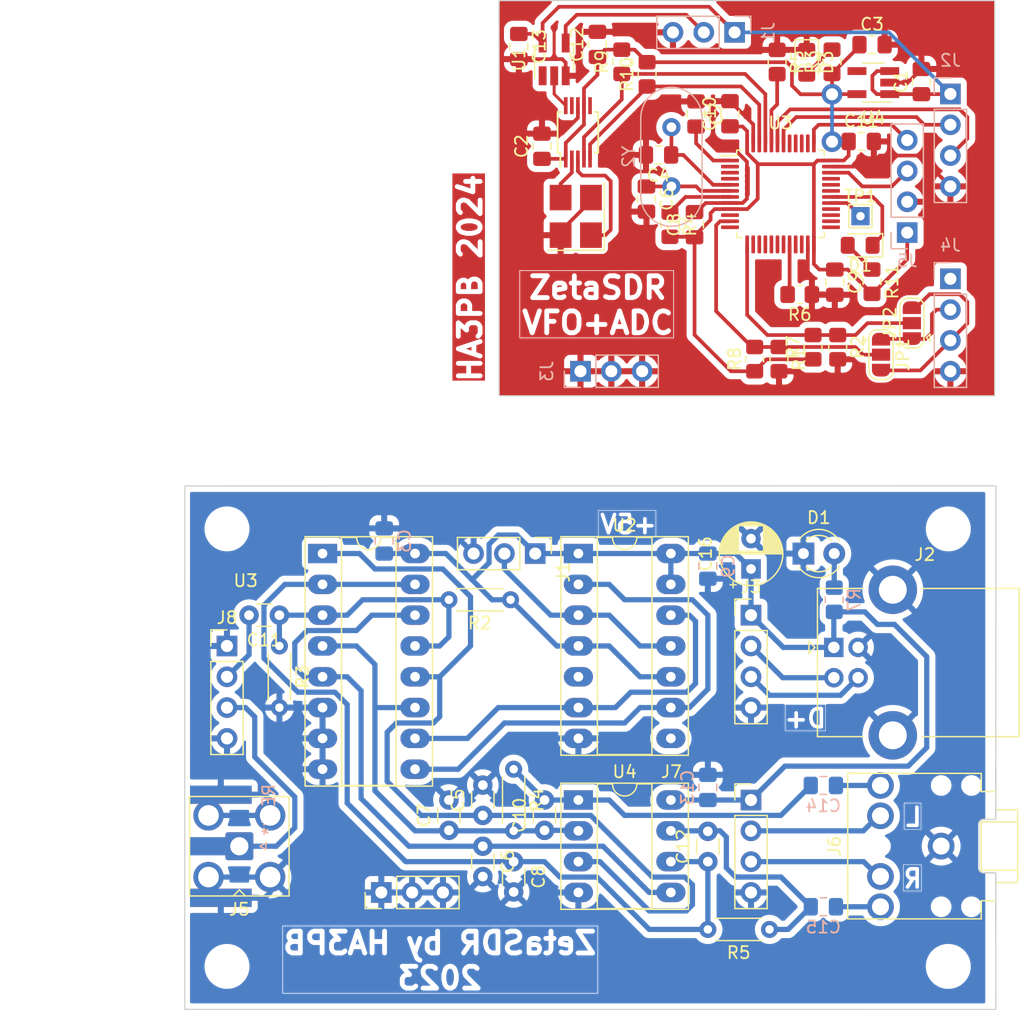
<source format=kicad_pcb>
(kicad_pcb (version 20240108) (generator "pcbnew") (generator_version "8.0")
  (layers (0 "F.Cu" signal) (31 "B.Cu" signal) (34 "B.Paste" user) (35 "F.Paste" user) (36 "B.SilkS" user "B.Silkscreen") (37 "F.SilkS" user "F.Silkscreen") (38 "B.Mask" user) (39 "F.Mask" user) (44 "Edge.Cuts" user))
  (net 0 "")
  (net 1 "+5V")
  (net 2 "GND")
  (net 3 "+3V3")
  (net 4 "Net-(U3-NRST)")
  (net 5 "Net-(U3-PD1)")
  (net 6 "Net-(U3-VBAT)")
  (net 7 "Net-(D3-A)")
  (net 8 "Net-(J1-Pin_2)")
  (net 9 "/USB_D+")
  (net 10 "Net-(J4-Pin_2)")
  (net 11 "Net-(J4-Pin_3)")
  (net 12 "/USB_D-")
  (net 13 "/SWDIO")
  (net 14 "Net-(U3-BOOT0)")
  (net 15 "Net-(U3-PB2)")
  (net 16 "Net-(U2-XA)")
  (net 17 "Net-(U2-XB)")
  (net 18 "/SWCLK")
  (net 19 "/SCL")
  (net 21 "/SDA")
  (net 46 "/OSC_IN")
  (net 50 "Net-(D1-A)")
  (net 51 "Net-(U3-PA8)")
  (net 52 "Net-(D1-K)")
  (net 53 "Net-(JP1-C)")
  (net 54 "Net-(JP2-C)")
  (net 55 "Net-(U2-CLK0)")
  (footprint "Capacitor_SMD:C_0805_2012Metric_Pad1.18x1.45mm_HandSolder" (layer "F.Cu") (at 147.955 77.724 -90)
    (property "Reference" "C7")
    (property "Value" "100n")
  )
  (footprint "Capacitor_THT:C_Disc_D3.0mm_W1.6mm_P2.50mm" (layer "F.Cu") (at 130.383 135.5525 90)
    (property "Reference" "C5")
    (property "Value" "22n")
  )
  (footprint "Package_DIP:DIP-8_W7.62mm_Socket_LongPads" (layer "F.Cu") (at 138.257 134.2825)
    (property "Reference" "U4")
    (property "Value" "NE5532")
  )
  (footprint "Resistor_SMD:R_0805_2012Metric_Pad1.20x1.40mm_HandSolder" (layer "F.Cu") (at 156.4988 92.6084 180)
    (property "Reference" "R6")
    (property "Value" "10k")
  )
  (footprint "Resistor_SMD:R_0805_2012Metric_Pad1.20x1.40mm_HandSolder" (layer "F.Cu") (at 141.8336 73.422 90)
    (property "Reference" "R9")
    (property "Value" "4k7")
  )
  (footprint "LED_SMD:LED_0805_2012Metric_Pad1.15x1.40mm_HandSolder" (layer "F.Cu") (at 157.0736 73.4638 -90)
    (property "Reference" "D3")
    (property "Value" "LED")
  )
  (footprint "Resistor_SMD:R_0805_2012Metric_Pad1.20x1.40mm_HandSolder" (layer "F.Cu") (at 152.781 97.933 90)
    (property "Reference" "R8")
    (property "Value" "150k")
  )
  (footprint "Capacitor_THT:CP_Radial_D5.0mm_P2.50mm" (layer "F.Cu") (at 152.481 115.2325 90)
    (property "Reference" "C16")
    (property "Value" "10u")
  )
  (footprint "Capacitor_SMD:C_0805_2012Metric_Pad1.18x1.45mm_HandSolder" (layer "F.Cu") (at 166.5224 75.0531 90)
    (property "Reference" "C1")
    (property "Value" "10u")
  )
  (footprint "Capacitor_SMD:C_0805_2012Metric_Pad1.18x1.45mm_HandSolder" (layer "F.Cu") (at 143.8656 84.7375 -90)
    (property "Reference" "C6")
    (property "Value" "22p")
  )
  (footprint "Connector_PinHeader_2.54mm:PinHeader_1x04_P2.54mm_Vertical" (layer "F.Cu") (at 152.481 119.0425)
    (property "Reference" "J3")
    (property "Value" "USB")
  )
  (footprint "Package_TO_SOT_SMD:SOT-23-5_HandSoldering" (layer "F.Cu") (at 162.56 75.1371 180)
    (property "Reference" "U4")
    (property "Value" "AP2127K-3.3")
  )
  (footprint "LED_THT:LED_D3.0mm" (layer "F.Cu") (at 156.799 113.9625)
    (property "Reference" "D1")
    (property "Value" "LED")
  )
  (footprint "Capacitor_THT:C_Disc_D3.0mm_W1.6mm_P2.50mm" (layer "F.Cu") (at 127.589 136.7825 90)
    (property "Reference" "C7")
    (property "Value" "22n")
  )
  (footprint "Connector_PinHeader_2.54mm:PinHeader_1x04_P2.54mm_Vertical" (layer "F.Cu") (at 152.481 134.2825)
    (property "Reference" "J7")
    (property "Value" "ADC")
  )
  (footprint "Resistor_THT:R_Axial_DIN0204_L3.6mm_D1.6mm_P5.08mm_Horizontal" (layer "F.Cu") (at 132.669 117.7725 180)
    (property "Reference" "R2")
    (property "Value" "1k")
  )
  (footprint "Package_TO_SOT_SMD:SOT-23-5_HandSoldering" (layer "F.Cu") (at 136.2608 73.2244 90)
    (property "Reference" "U1")
    (property "Value" "74AHCT1G14")
  )
  (footprint "Capacitor_THT:C_Disc_D3.0mm_W1.6mm_P2.50mm" (layer "F.Cu") (at 148.925 139.3625 90)
    (property "Reference" "C12")
    (property "Value" "330p")
  )
  (footprint "Capacitor_SMD:C_0805_2012Metric_Pad1.18x1.45mm_HandSolder" (layer "F.Cu") (at 150.749 77.7025 90)
    (property "Reference" "C10")
    (property "Value" "100n")
  )
  (footprint "Resistor_SMD:R_0805_2012Metric_Pad1.20x1.40mm_HandSolder" (layer "F.Cu") (at 159.1564 73.422 90)
    (property "Reference" "R3")
    (property "Value" "1k")
  )
  (footprint "Capacitor_SMD:C_0805_2012Metric_Pad1.18x1.45mm_HandSolder" (layer "F.Cu") (at 144.8625 81.1 180)
    (property "Reference" "C4")
    (property "Value" "22p")
  )
  (footprint "Oscillator:Oscillator_SMD_SeikoEpson_SG8002CE-4Pin_3.2x2.5mm_HandSoldering" (layer "F.Cu") (at 138.0436 86.1628 90)
    (property "Reference" "Y1" (hide yes))
    (property "Value" "ABM8G-25.000MHZ-18-D2Y-T ")
  )
  (footprint "Capacitor_SMD:C_0805_2012Metric_Pad1.18x1.45mm_HandSolder" (layer "F.Cu") (at 147.828 86.85 90)
    (property "Reference" "C8")
    (property "Value" "100n")
  )
  (footprint "Connector_PinHeader_2.54mm:PinHeader_1x03_P2.54mm_Vertical" (layer "F.Cu") (at 122.016 141.9025 90)
    (property "Reference" "REF**" (hide yes))
    (property "Value" "PinHeader_1x03_P2.54mm_Vertical" (hide yes))
  )
  (footprint "Capacitor_THT:C_Disc_D3.0mm_W1.6mm_P2.50mm" (layer "F.Cu") (at 132.923 139.3625 -90)
    (property "Reference" "C8")
    (property "Value" "22n")
  )
  (footprint "MountingHole:MountingHole_3.2mm_M3" (layer "F.Cu") (at 109.301 147.9985)
    (property "Reference" "REF**" (hide yes))
    (property "Value" "MountingHole_3.2mm_M3" (hide yes))
  )
  (footprint "Resistor_SMD:R_0805_2012Metric_Pad1.20x1.40mm_HandSolder" (layer "F.Cu") (at 159.624 96.9494 -90)
    (property "Reference" "R2")
    (property "Value" "4k7")
  )
  (footprint "Resistor_SMD:R_0805_2012Metric_Pad1.20x1.40mm_HandSolder" (layer "F.Cu") (at 145.8 86.85 -90)
    (property "Reference" "R4")
    (property "Value" "10k")
  )
  (footprint "LED_SMD:LED_0805_2012Metric_Pad1.15x1.40mm_HandSolder" (layer "F.Cu") (at 161.475 88.55 180)
    (property "Reference" "D1")
    (property "Value" "LED")
  )
  (footprint "Resistor_THT:R_Axial_DIN0204_L3.6mm_D1.6mm_P5.08mm_Horizontal" (layer "F.Cu") (at 154.005 144.9505 180)
    (property "Reference" "R5")
    (property "Value" "5k1")
  )
  (footprint "Resistor_THT:R_Axial_DIN0204_L3.6mm_D1.6mm_P5.08mm_Horizontal" (layer "F.Cu") (at 113.619 121.5825 -90)
    (property "Reference" "R3")
    (property "Value" "1k")
  )
  (footprint "Capacitor_SMD:C_0805_2012Metric_Pad1.18x1.45mm_HandSolder" (layer "F.Cu") (at 133.35 72.1625 -90)
    (property "Reference" "C13")
    (property "Value" "100n")
  )
  (footprint "Resistor_THT:R_Axial_DIN0204_L3.6mm_D1.6mm_P5.08mm_Horizontal" (layer "F.Cu") (at 132.923 131.7425 -90)
    (property "Reference" "R4")
    (property "Value" "5k1")
  )
  (footprint "MountingHole:MountingHole_3.2mm_M3" (layer "F.Cu") (at 168.737 111.9305)
    (property "Reference" "REF**" (hide yes))
    (property "Value" "MountingHole_3.2mm_M3" (hide yes))
  )
  (footprint "Capacitor_THT:C_Disc_D3.0mm_W1.6mm_P2.50mm" (layer "F.Cu") (at 130.383 138.0925 -90)
    (property "Reference" "C6")
    (property "Value" "22n")
  )
  (footprint "Connector_Audio:Jack_3.5mm_CUI_SJ1-3525N_Horizontal" (layer "F.Cu") (at 168.149 138.0825 90)
    (property "Reference" "J6")
    (property "Value" "AudioJack3_SwitchTR")
    (fp_line (start 1.8 3.1) (end -1.8 3.1) (stroke (width 0.12)) (layer "Edge.Cuts"))
    (fp_line (start 2.2 3.5) (end 2.2 4.5) (stroke (width 0.12)) (layer "Edge.Cuts"))
    (fp_line (start -2.2 3.5) (end -2.2 4.5) (stroke (width 0.12)) (layer "Edge.Cuts"))
    (fp_line (start 2.2 4.5) (end 6.5 4.5) (stroke (width 0.12)) (layer "Edge.Cuts"))
    (fp_line (start -2.2 4.5) (end -6.5 4.5) (stroke (width 0.12)) (layer "Edge.Cuts"))
    (fp_arc (start 1.8 3.1) (mid 2.082843 3.217157) (end 2.2 3.5) (stroke (width 0.12)) (layer "Edge.Cuts"))
    (fp_arc (start -2.2 3.5) (mid -2.082842 3.217158) (end -1.8 3.1) (stroke (width 0.12)) (layer "Edge.Cuts"))
  )
  (footprint "TestPoint:TestPoint_THTPad_1.5x1.5mm_Drill0.7mm" (layer "F.Cu") (at 161.5 86.15)
    (property "Reference" "TP1")
    (property "Value" "TIM")
  )
  (footprint "Jumper:SolderJumper-3_P1.3mm_Open_RoundedPad1.0x1.5mm" (layer "F.Cu") (at 163.195 97.566 -90)
    (property "Reference" "JP1")
    (property "Value" "IQSEL1")
  )
  (footprint "Capacitor_THT:C_Disc_D3.0mm_W1.6mm_P2.50mm" (layer "F.Cu") (at 135.463 136.7825 90)
    (property "Reference" "C10")
    (property "Value" "330p")
  )
  (footprint "Resistor_SMD:R_0805_2012Metric_Pad1.20x1.40mm_HandSolder" (layer "F.Cu") (at 157.592 96.9494 90)
    (property "Reference" "R7")
    (property "Value" "150k")
  )
  (footprint "Resistor_SMD:R_0805_2012Metric_Pad1.20x1.40mm_HandSolder" (layer "F.Cu") (at 154.7876 97.933 -90)
    (property "Reference" "R1")
    (property "Value" "4k7")
  )
  (footprint "MountingHole:MountingHole_3.2mm_M3" (layer "F.Cu") (at 168.737 147.9985)
    (property "Reference" "REF**" (hide yes))
    (property "Value" "MountingHole_3.2mm_M3" (hide yes))
  )
  (footprint "Capacitor_THT:C_Disc_D3.0mm_W1.6mm_P2.50mm" (layer "F.Cu") (at 113.619 119.0425 180)
    (property "Reference" "C11")
    (property "Value" "100p")
  )
  (footprint "Resistor_SMD:R_0805_2012Metric_Pad1.20x1.40mm_HandSolder" (layer "F.Cu") (at 162.45 91.55 -90)
    (property "Reference" "R11")
    (property "Value" "1k")
  )
  (footprint "Package_QFP:LQFP-48_7x7mm_P0.5mm" (layer "F.Cu") (at 154.9115 84.3135)
    (property "Reference" "U3")
    (property "Value" "CH32V203C8T6")
  )
  (footprint "Connector_Coaxial:SMA_Amphenol_901-143_Horizontal" (layer "F.Cu") (at 110.317 138.0925 90)
    (property "Reference" "J5")
    (property "Value" "Antenna")
    (fp_line (start 4.3 -4.5) (end -4.3 -4.5) (stroke (width 0.1)) (layer "Edge.Cuts"))
  )
  (footprint "Package_DIP:DIP-14_W7.62mm_Socket_LongPads" (layer "F.Cu") (at 138.257 113.9625)
    (property "Reference" "U2")
    (property "Value" "74HC74")
  )
  (footprint "Resistor_SMD:R_0805_2012Metric_Pad1.20x1.40mm_HandSolder" (layer "F.Cu") (at 154.6352 73.438 -90)
    (property "Reference" "R5")
    (property "Value" "10k")
  )
  (footprint "Package_SO:MSOP-10_3x3mm_P0.5mm" (layer "F.Cu") (at 138.216 79.238 90)
    (property "Reference" "U2" (hide yes))
    (property "Value" "Si5351A-B-GT")
  )
  (footprint "Capacitor_SMD:C_0805_2012Metric_Pad1.18x1.45mm_HandSolder" (layer "F.Cu") (at 135.255 80.3849 90)
    (property "Reference" "C2")
    (property "Value" "470n")
  )
  (footprint "Jumper:SolderJumper-3_P1.3mm_Open_RoundedPad1.0x1.5mm" (layer "F.Cu") (at 165.735 94.966 90)
    (property "Reference" "JP2")
    (property "Value" "IQSEL2")
  )
  (footprint "Package_DIP:DIP-16_W7.62mm_Socket_LongPads" (layer "F.Cu") (at 117.175 113.9625)
    (property "Reference" "U3")
    (property "Value" "4052")
  )
  (footprint "Capacitor_SMD:C_0805_2012Metric_Pad1.18x1.45mm_HandSolder" (layer "F.Cu") (at 139.827 71.9875 90)
    (property "Reference" "C12")
    (property "Value" "470n")
  )
  (footprint "Capacitor_SMD:C_0805_2012Metric_Pad1.18x1.45mm_HandSolder" (layer "F.Cu") (at 161.5655 79.9885)
    (property "Reference" "C11")
    (property "Value" "100n")
  )
  (footprint "Capacitor_SMD:C_0805_2012Metric_Pad1.18x1.45mm_HandSolder" (layer "F.Cu") (at 162.4545 72.009)
    (property "Reference" "C3")
    (property "Value" "10u")
  )
  (footprint "Capacitor_SMD:C_0805_2012Metric_Pad1.18x1.45mm_HandSolder" (layer "F.Cu") (at 159.385 91.5885 -90)
    (property "Reference" "C9")
    (property "Value" "100n")
  )
  (footprint "MountingHole:MountingHole_3.2mm_M3" (layer "F.Cu") (at 109.301 111.9305)
    (property "Reference" "REF**" (hide yes))
    (property "Value" "MountingHole_3.2mm_M3" (hide yes))
  )
  (footprint "Connector_PinHeader_2.54mm:PinHeader_1x03_P2.54mm_Vertical" (layer "F.Cu") (at 134.701 113.9625 -90)
    (property "Reference" "J1")
    (property "Value" "OSC")
  )
  (footprint "Connector_PinHeader_2.54mm:PinHeader_1x04_P2.54mm_Vertical" (layer "F.Cu") (at 109.301 121.5825)
    (property "Reference" "J8")
    (property "Value" "FILTER")
  )
  (footprint "Resistor_SMD:R_0805_2012Metric_Pad1.20x1.40mm_HandSolder" (layer "F.Cu") (at 143.9164 74.4568 90)
    (property "Reference" "R10")
    (property "Value" "4k7")
  )
  (footprint "Connector_USB:USB_B_Lumberg_2411_02_Horizontal" (layer "F.Cu") (at 159.305 121.6985)
    (property "Reference" "J2")
    (property "Value" "USB_B")
  )
  (footprint "Connector_Coaxial:SMA_Amphenol_132289_EdgeMount" (layer "B.Cu") (at 108.793 138.0925 180)
    (property "Reference" "REF**")
    (property "Value" "SMA_Amphenol_132289_EdgeMount")
  )
  (footprint "Crystal:Crystal_HC49-4H_Vertical" (layer "B.Cu") (at 145.923 78.813 -90)
    (property "Reference" "Y2")
    (property "Value" "8M")
  )
  (footprint "Capacitor_SMD:C_0805_2012Metric_Pad1.18x1.45mm_HandSolder" (layer "B.Cu") (at 158.4435 143.0825)
    (property "Reference" "C15")
    (property "Value" "1u")
  )
  (footprint "Connector_PinSocket_2.54mm:PinSocket_1x03_P2.54mm_Vertical" (layer "B.Cu") (at 138.43 98.933 -90)
    (property "Reference" "J3")
    (property "Value" "FIX")
  )
  (footprint "Capacitor_SMD:C_0805_2012Metric_Pad1.18x1.45mm_HandSolder" (layer "B.Cu") (at 158.4435 133.0825)
    (property "Reference" "C14")
    (property "Value" "1u")
  )
  (footprint "Connector_PinSocket_2.54mm:PinSocket_1x04_P2.54mm_Vertical" (layer "B.Cu") (at 168.91 91.313 180)
    (property "Reference" "J4")
    (property "Value" "IQ")
  )
  (footprint "Capacitor_SMD:C_0805_2012Metric_Pad1.18x1.45mm_HandSolder" (layer "B.Cu") (at 148.925 115 90)
    (property "Reference" "C9")
    (property "Value" "100n")
  )
  (footprint "Capacitor_SMD:C_0805_2012Metric_Pad1.18x1.45mm_HandSolder" (layer "B.Cu") (at 148.925 133.245 -90)
    (property "Reference" "C13")
    (property "Value" "100n")
  )
  (footprint "Connector_PinSocket_2.54mm:PinSocket_1x03_P2.54mm_Vertical" (layer "B.Cu") (at 151.13 70.993 90)
    (property "Reference" "J1")
    (property "Value" "OSC")
  )
  (footprint "Capacitor_SMD:C_0805_2012Metric_Pad1.18x1.45mm_HandSolder" (layer "B.Cu") (at 122.255 112.925 90)
    (property "Reference" "C3")
    (property "Value" "100n")
  )
  (footprint "Connector_PinSocket_2.54mm:PinSocket_1x04_P2.54mm_Vertical" (layer "B.Cu") (at 168.91 76.073 180)
    (property "Reference" "J2")
    (property "Value" "USB")
  )
  (footprint "Connector_PinHeader_2.54mm:PinHeader_1x04_P2.54mm_Vertical" (layer "B.Cu") (at 165.354 87.503)
    (property "Reference" "J5")
    (property "Value" "PROG")
  )
  (footprint "Resistor_SMD:R_0805_2012Metric_Pad1.20x1.40mm_HandSolder" (layer "B.Cu") (at 159.339 117.7725 90)
    (property "Reference" "R7")
    (property "Value" "1k")
  )
  (gr_line (start 172.649 131.5825) (end 172.66 108.38) (stroke (width 0.1)) (layer "Edge.Cuts"))
  (gr_line (start 172.66 108.38) (end 105.83 108.39) (stroke (width 0.1)) (layer "Edge.Cuts"))
  (gr_line (start 172.649 144.5825) (end 172.65 151.55) (stroke (width 0.1)) (layer "Edge.Cuts"))
  (gr_line (start 105.817 142.3925) (end 105.82 151.54) (stroke (width 0.1)) (layer "Edge.Cuts"))
  (gr_line (start 105.817 133.7925) (end 105.83 108.39) (stroke (width 0.1)) (layer "Edge.Cuts"))
  (gr_line (start 105.82 151.54) (end 172.65 151.55) (stroke (width 0.1)) (layer "Edge.Cuts"))
  (gr_rect (start 131.715 68.3768) (end 172.5676 100.965) (stroke (width 0.1)) (fill none) (layer "Edge.Cuts"))
  (gr_text "HA3PB 2024" (at 130.4 100 90) (layer "F.Cu" knockout) (effects (font (size 1.8 1.8) (thickness 0.4) (bold yes)) (justify left bottom)))
  (gr_text "ZetaSDR\nVFO+ADC" (at 139.85 96 0) (layer "F.Cu" knockout) (effects (font (size 1.8 1.8) (thickness 0.4) (bold yes)) (justify bottom)))
  (gr_text "ZetaSDR by HA3PB\n2023" (at 126.827 150.0305 0) (layer "B.Cu" knockout) (effects (font (size 1.8 1.8) (thickness 0.4) (bold yes)) (justify bottom mirror)))
  (gr_text "L" (at 166.705 136.5685 0) (layer "B.Cu" knockout) (effects (font (size 1.5 1.5) (thickness 0.3) (bold yes)) (justify left bottom mirror)))
  (gr_text "D+" (at 158.831 128.4405 0) (layer "B.Cu" knockout) (effects (font (size 1.5 1.5) (thickness 0.3) (bold yes)) (justify left bottom mirror)))
  (gr_text "R" (at 166.705 141.6485 0) (layer "B.Cu" knockout) (effects (font (size 1.5 1.4) (thickness 0.3) (bold yes)) (justify left bottom mirror)))
  (gr_text "+5V " (at 144.861 112.4385 0) (layer "B.Cu" knockout) (effects (font (size 1.5 1.5) (thickness 0.3) (bold yes)) (justify left bottom mirror)))
  (segment (start 159.305 118.8065) (end 159.339 118.7725) (width 0.4318) (layer "B.Cu") (net 0))
  (segment (start 128.351 136.8225) (end 132.923 136.8225) (width 0.4318) (layer "B.Cu") (net 0))
  (segment (start 154.005 125.6465) (end 159.857 125.6465) (width 0.4318) (layer "B.Cu") (net 0))
  (segment (start 143.337 121.5825) (end 145.877 121.5825) (width 0.4318) (layer "B.Cu") (net 0))
  (segment (start 166.959 129.9645) (end 165.435 131.4885) (width 0.4318) (layer "B.Cu") (net 0))
  (segment (start 132.669 136.8225) (end 135.169 136.8225) (width 0.4318) (layer "B.Cu") (net 0))
  (segment (start 135.209 136.7825) (end 138.217 136.7825) (width 0.4318) (layer "B.Cu") (net 0))
  (segment (start 115.905 120.3125) (end 114.889 121.3285) (width 0.4318) (layer "B.Cu") (net 0))
  (segment (start 119.207 126.4085) (end 119.207 134.53875) (width 0.4318) (layer "B.Cu") (net 0))
  (segment (start 140.797 119.0425) (end 143.337 121.5825) (width 0.4318) (layer "B.Cu") (net 0))
  (segment (start 147.655 142.9185) (end 147.147 143.4265) (width 0.4318) (layer "B.Cu") (net 0))
  (segment (start 117.175 124.1225) (end 119.207 124.1225) (width 0.4318) (layer "B.Cu") (net 0))
  (segment (start 138.257 134.2825) (end 135.463 134.2825) (width 0.4318) (layer "B.Cu") (net 0))
  (segment (start 127.335 113.9625) (end 124.795 113.9625) (width 0.4318) (layer "B.Cu") (net 0))
  (segment (start 129.494 116.1215) (end 127.335 113.9625) (width 0.4318) (layer "B.Cu") (net 0))
  (segment (start 164.299 119.8045) (end 166.959 122.4645) (width 0.4318) (layer "B.Cu") (net 0))
  (segment (start 135.971 119.0425) (end 132.161 115.2325) (width 0.4318) (layer "B.Cu") (net 0))
  (segment (start 138.257 126.6625) (end 141.305 126.6625) (width 0.4318) (layer "B.Cu") (net 0))
  (segment (start 159.339 118.7725) (end 161.863 118.7725) (width 0.4318) (layer "B.Cu") (net 0))
  (segment (start 127.081 115.2325) (end 129.367 117.5185) (width 0.4318) (layer "B.Cu") (net 0))
  (segment (start 111.587 127.4245) (end 110.825 126.6625) (width 0.4318) (layer "B.Cu") (net 0))
  (segment (start 155.097 124.1985) (end 159.305 124.1985) (width 0.4318) (layer "B.Cu") (net 0))
  (segment (start 132.923 131.7425) (end 135.463 134.2825) (width 0.4318) (layer "B.Cu") (net 0))
  (segment (start 138.257 119.0425) (end 140.797 119.0425) (width 0.4318) (layer "B.Cu") (net 0))
  (segment (start 147.190771 125.3925) (end 147.909 124.674271) (width 0.4318) (layer "B.Cu") (net 0))
  (segment (start 145.877 116.5025) (end 145.877 113.9625) (width 0.4318) (layer "B.Cu") (net 0))
  (segment (start 151.211 113.9625) (end 152.481 115.2325) (width 0.4318) (layer "B.Cu") (net 0))
  (segment (start 120.35 125.2655) (end 120.35 134.1555) (width 0.4318) (layer "B.Cu") (net 0))
  (segment (start 113.619 121.5825) (end 113.619 119.0425) (width 0.4318) (layer "B.Cu") (net 0))
  (segment (start 149.941 136.8225) (end 150.449 137.3305) (width 0.4318) (layer "B.Cu") (net 0))
  (segment (start 145.877 113.9625) (end 148.925 113.9625) (width 0.4318) (layer "B.Cu") (net 0))
  (segment (start 139.273 135.5525) (end 144.353 140.6325) (width 0.4318) (layer "B.Cu") (net 0))
  (segment (start 121.493 123.1065) (end 121.493 126.6625) (width 0.4318) (layer "B.Cu") (net 0))
  (segment (start 134.701 113.9625) (end 138.257 113.9625) (width 0.4318) (layer "B.Cu") (net 0))
  (segment (start 145.877 124.1225) (end 143.337 124.1225) (width 0.4318) (layer "B.Cu") (net 0))
  (segment (start 140.289 138.0925) (end 144.099 141.9025) (width 0.4318) (layer "B.Cu") (net 0))
  (segment (start 166.959 122.4645) (end 166.959 129.9645) (width 0.4318) (layer "B.Cu") (net 0))
  (segment (start 147.02 140.6325) (end 147.655 141.2675) (width 0.4318) (layer "B.Cu") (net 0))
  (segment (start 111.587 130.7265) (end 111.587 127.4245) (width 0.4318) (layer "B.Cu") (net 0))
  (segment (start 126.827 124.1225) (end 124.795 124.1225) (width 0.4318) (layer "B.Cu") (net 0))
  (segment (start 161.741 136.8225) (end 162.981 135.5825) (width 0.4318) (layer "B.Cu") (net 0))
  (segment (start 126.827 124.1225) (end 126.827 127.4145) (width 0.4318) (layer "B.Cu") (net 0))
  (segment (start 114.889 136.5685) (end 114.889 134.0285) (width 0.4318) (layer "B.Cu") (net 0))
  (segment (start 130.8951 114.7204) (end 130.8951 113.1964) (width 0.4318) (layer "B.Cu") (net 0))
  (segment (start 143.337 124.1225) (end 140.797 121.5825) (width 0.4318) (layer "B.Cu") (net 0))
  (segment (start 142.067 127.9325) (end 143.337 126.6625) (width 0.4318) (layer "B.Cu") (net 0))
  (segment (start 138.257 113.9625) (end 145.877 113.9625) (width 0.4318) (layer "B.Cu") (net 0))
  (segment (start 114.889 123.3605) (end 115.651 124.1225) (width 0.4318) (layer "B.Cu") (net 0))
  (segment (start 132.161 127.9325) (end 142.067 127.9325) (width 0.4318) (layer "B.Cu") (net 0))
  (segment (start 150.449 139.8705) (end 151.2069 140.6284) (width 0.4318) (layer "B.Cu") (net 0))
  (segment (start 147.909 124.674271) (end 147.909 119.5505) (width 0.4318) (layer "B.Cu") (net 0))
  (segment (start 152.481 136.8225) (end 161.741 136.8225) (width 0.4318) (layer "B.Cu") (net 0))
  (segment (start 138.257 116.5025) (end 140.797 116.5025) (width 0.4318) (layer "B.Cu") (net 0))
  (segment (start 126.827 127.4145) (end 126.309 127.9325) (width 0.4318) (layer "B.Cu") (net 0))
  (segment (start 154.9401 135.5484) (end 142.0793 135.5484) (width 0.4318) (layer "B.Cu") (net 0))
  (segment (start 141.305 126.6625) (end 142.575 125.3925) (width 0.4318) (layer "B.Cu") (net 0))
  (segment (start 161.761 139.3625) (end 162.981 140.5825) (width 0.4318) (layer "B.Cu") (net 0))
  (segment (start 129.367 117.5185) (end 129.367 121.5825) (width 0.4318) (layer "B.Cu") (net 0))
  (segment (start 161.863 118.7725) (end 162.895 119.8045) (width 0.4318) (layer "B.Cu") (net 0))
  (segment (start 159.481 133.0825) (end 162.981 133.0825) (width 0.4318) (layer "B.Cu") (net 0))
  (segment (start 152.481 124.1225) (end 154.005 125.6465) (width 0.4318) (layer "B.Cu") (net 0))
  (segment (start 144.099 141.9025) (end 145.877 141.9025) (width 0.4318) (layer "B.Cu") (net 0))
  (segment (start 159.481 143.0825) (end 162.981 143.0825) (width 0.4318) (layer "B.Cu") (net 0))
  (segment (start 124.03075 139.3625) (end 132.923 139.3625) (width 0.4318) (layer "B.Cu") (net 0))
  (segment (start 147.147 143.4265) (end 144.099 143.4265) (width 0.4318) (layer "B.Cu") (net 0))
  (segment (start 124.795 119.0425) (end 121.239 119.0425) (width 0.4318) (layer "B.Cu") (net 0))
  (segment (start 154.005 144.9505) (end 155.538 144.9505) (width 0.4318) (layer "B.Cu") (net 0))
  (segment (start 132.669 117.7725) (end 136.479 121.5825) (width 0.4318) (layer "B.Cu") (net 0))
  (segment (start 148.925 144.9505) (end 148.925 139.3625) (width 0.4318) (layer "B.Cu") (net 0))
  (segment (start 117.175 121.5825) (end 119.969 121.5825) (width 0.4318) (layer "B.Cu") (net 0))
  (segment (start 148.925 119.0425) (end 148.925 125.1385) (width 0.4318) (layer "B.Cu") (net 0))
  (segment (start 155.275 131.4885) (end 152.481 134.2825) (width 0.4318) (layer "B.Cu") (net 0))
  (segment (start 126.827 121.5825) (end 124.795 121.5825) (width 0.4318) (layer "B.Cu") (net 0))
  (segment (start 123.261 127.9325) (end 122.499 128.6945) (width 0.4318) (layer "B.Cu") (net 0))
  (segment (start 117.175 119.0425) (end 113.619 119.0425) (width 0.4318) (layer "B.Cu") (net 0))
  (segment (start 157.406 133.0825) (end 154.9401 135.5484) (width 0.4318) (layer "B.Cu") (net 0))
  (segment (start 151.2069 140.6284) (end 154.9519 140.6284) (width 0.4318) (layer "B.Cu") (net 0))
  (segment (start 110.317 138.0925) (end 113.365 138.0925) (width 0.4318) (layer "B.Cu") (net 0))
  (segment (start 119.207 119.0425) (end 120.477 117.7725) (width 0.4318) (layer "B.Cu") (net 0))
  (segment (start 140.797 121.5825) (end 138.257 121.5825) (width 0.4318) (layer "B.Cu") (net 0))
  (segment (start 109.301 124.1225) (end 111.119 122.3045) (width 0.4318) (layer "B.Cu") (net 0))
  (segment (start 112.349 122.5985) (end 115.143 125.3925) (width 0.4318) (layer "B.Cu") (net 0))
  (segment (start 129.113 129.2025) (end 131.653 126.6625) (width 0.4318) (layer "B.Cu") (net 0))
  (segment (start 121.493 133.5205) (end 124.795 136.8225) (width 0.4318) (layer "B.Cu") (net 0))
  (segment (start 148.925 125.1385) (end 147.401 126.6625) (width 0.4318) (layer "B.Cu") (net 0))
  (segment (start 128.351 131.7425) (end 132.161 127.9325) (width 0.4318) (layer "B.Cu") (net 0))
  (segment (start 114.072879 116.5025) (end 112.349 118.226379) (width 0.4318) (layer "B.Cu") (net 0))
  (segment (start 152.481 139.3625) (end 161.761 139.3625) (width 0.4318) (layer "B.Cu") (net 0))
  (segment (start 119.969 120.3125) (end 115.905 120.3125) (width 0.4318) (layer "B.Cu") (net 0))
  (segment (start 154.9519 140.6284) (end 157.406 143.0825) (width 0.4318) (layer "B.Cu") (net 0))
  (segment (start 117.683 124.1225) (end 117.175 124.1225) (width 0.4318) (layer "B.Cu") (net 0))
  (segment (start 140.797 116.5025) (end 142.067 117.7725) (width 0.4318) (layer "B.Cu") (net 0))
  (segment (start 131.145 117.7725) (end 129.494 116.1215) (width 0.4318) (layer "B.Cu") (net 0))
  (segment (start 147.401 119.0425) (end 145.877 119.0425) (width 0.4318) (layer "B.Cu") (net 0))
  (segment (start 150.449 137.3305) (end 150.449 139.8705) (width 0.4318) (layer "B.Cu") (net 0))
  (segment (start 131.653 126.6625) (end 138.257 126.6625) (width 0.4318) (layer "B.Cu") (net 0))
  (segment (start 144.099 143.4265) (end 140.035 139.3625) (width 0.4318) (layer "B.Cu") (net 0))
  (segment (start 145.877 136.8225) (end 149.941 136.8225) (width 0.4318) (layer "B.Cu") (net 0))
  (segment (start 144.099 144.9505) (end 148.925 144.9505) (width 0.4318) (layer "B.Cu") (net 0))
  (segment (start 110.825 126.6625) (end 109.301 126.6625) (width 0.4318) (layer "B.Cu") (net 0))
  (segment (start 135.463 139.3625) (end 136.733 140.6325) (width 0.4318) (layer "B.Cu") (net 0))
  (segment (start 155.538 144.9505) (end 157.406 143.0825) (width 0.4318) (layer "B.Cu") (net 0))
  (segment (start 121.493 115.2325) (end 127.081 115.2325) (width 0.4318) (layer "B.Cu") (net 0))
  (segment (start 136.733 140.6325) (end 139.781 140.6325) (width 0.4318) (layer "B.Cu") (net 0))
  (segment (start 155.137 121.6985) (end 152.481 119.0425) (width 0.4318) (layer "B.Cu") (net 0))
  (segment (start 117.175 113.9625) (end 120.223 113.9625) (width 0.4318) (layer "B.Cu") (net 0))
  (segment (start 115.143 125.3925) (end 118.191 125.3925) (width 0.4318) (layer "B.Cu") (net 0))
  (segment (start 140.035 139.3625) (end 138.257 139.3625) (width 0.4318) (layer "B.Cu") (net 0))
  (segment (start 127.589 120.8205) (end 126.827 121.5825) (width 0.4318) (layer "B.Cu") (net 0))
  (segment (start 122.499 128.6945) (end 122.499 132.7485) (width 0.4318) (layer "B.Cu") (net 0))
  (segment (start 142.0793 135.5484) (end 142.0711 135.5566) (width 0.4318) (layer "B.Cu") (net 0))
  (segment (start 122.499 132.7485) (end 125.303 135.5525) (width 0.4318) (layer "B.Cu") (net 0))
  (segment (start 159.339 116.7725) (end 159.339 113.9625) (width 0.4318) (layer "B.Cu") (net 0))
  (segment (start 130.8951 113.1964) (end 131.653 112.4385) (width 0.4318) (layer "B.Cu") (net 0))
  (segment (start 159.305 121.6985) (end 159.305 118.8065) (width 0.4318) (layer "B.Cu") (net 0))
  (segment (start 113.365 138.0925) (end 114.889 136.5685) (width 0.4318) (layer "B.Cu") (net 0))
  (segment (start 144.353 140.6325) (end 147.02 140.6325) (width 0.4318) (layer "B.Cu") (net 0))
  (segment (start 125.303 135.5525) (end 130.637 135.5525) (width 0.4318) (layer "B.Cu") (net 0))
  (segment (start 147.909 119.5505) (end 147.401 119.0425) (width 0.4318) (layer "B.Cu") (net 0))
  (segment (start 132.923 139.3625) (end 135.463 139.3625) (width 0.4318) (layer "B.Cu") (net 0))
  (segment (start 126.309 127.9325) (end 123.261 127.9325) (width 0.4318) (layer "B.Cu") (net 0))
  (segment (start 118.191 125.3925) (end 119.207 126.4085) (width 0.4318) (layer "B.Cu") (net 0))
  (segment (start 147.655 117.7725) (end 148.925 119.0425) (width 0.4318) (layer "B.Cu") (net 0))
  (segment (start 152.481 119.0425) (end 152.481 115.2325) (width 0.4318) (layer "B.Cu") (net 0))
  (segment (start 148.925 139.3625) (end 145.877 139.3625) (width 0.4318) (layer "B.Cu") (net 0))
  (segment (start 124.795 136.8225) (end 128.351 136.8225) (width 0.4318) (layer "B.Cu") (net 0))
  (segment (start 129.494 116.1215) (end 130.8951 114.7204) (width 0.4318) (layer "B.Cu") (net 0))
  (segment (start 147.655 141.2675) (end 147.655 142.9185) (width 0.4318) (layer "B.Cu") (net 0))
  (segment (start 135.169 136.8225) (end 135.209 136.7825) (width 0.4318) (layer "B.Cu") (net 0))
  (segment (start 124.795 129.2025) (end 129.113 129.2025) (width 0.4318) (layer "B.Cu") (net 0))
  (segment (start 124.795 113.9625) (end 122.255 113.9625) (width 0.4318) (layer "B.Cu") (net 0))
  (segment (start 130.637 135.5525) (end 139.273 135.5525) (width 0.4318) (layer "B.Cu") (net 0))
  (segment (start 140.797 134.2825) (end 142.0711 135.5566) (width 0.4318) (layer "B.Cu") (net 0))
  (segment (start 120.223 113.9625) (end 121.493 115.2325) (width 0.4318) (layer "B.Cu") (net 0))
  (segment (start 138.257 134.2825) (end 140.797 134.2825) (width 0.4318) (layer "B.Cu") (net 0))
  (segment (start 124.795 126.6625) (end 121.493 126.6625) (width 0.4318) (layer "B.Cu") (net 0))
  (segment (start 132.669 117.7725) (end 131.145 117.7725) (width 0.4318) (layer "B.Cu") (net 0))
  (segment (start 119.969 121.5825) (end 121.493 123.1065) (width 0.4318) (layer "B.Cu") (net 0))
  (segment (start 114.889 134.0285) (end 111.587 130.7265) (width 0.4318) (layer "B.Cu") (net 0))
  (segment (start 120.477 117.7725) (end 127.589 117.7725) (width 0.4318) (layer "B.Cu") (net 0))
  (segment (start 121.239 119.0425) (end 119.969 120.3125) (width 0.4318) (layer "B.Cu") (net 0))
  (segment (start 115.651 124.1225) (end 117.175 124.1225) (width 0.4318) (layer "B.Cu") (net 0))
  (segment (start 133.177 112.4385) (end 134.701 113.9625) (width 0.4318) (layer "B.Cu") (net 0))
  (segment (start 119.207 134.53875) (end 124.03075 139.3625) (width 0.4318) (layer "B.Cu") (net 0))
  (segment (start 119.207 124.1225) (end 120.35 125.2655) (width 0.4318) (layer "B.Cu") (net 0))
  (segment (start 152.481 121.5825) (end 155.097 124.1985) (width 0.4318) (layer "B.Cu") (net 0))
  (segment (start 121.493 126.6625) (end 121.493 133.5205) (width 0.4318) (layer "B.Cu") (net 0))
  (segment (start 147.401 126.6625) (end 145.877 126.6625) (width 0.4318) (layer "B.Cu") (net 0))
  (segment (start 111.119 122.3045) (end 111.119 119.0425) (width 0.4318) (layer "B.Cu") (net 0))
  (segment (start 143.337 126.6625) (end 145.877 126.6625) (width 0.4318) (layer "B.Cu") (net 0))
  (segment (start 159.857 125.6465) (end 161.305 124.1985) (width 0.4318) (layer "B.Cu") (net 0))
  (segment (start 117.175 119.0425) (end 119.207 119.0425) (width 0.4318) (layer "B.Cu") (net 0))
  (segment (start 114.889 121.3285) (end 114.889 123.3605) (width 0.4318) (layer "B.Cu") (net 0))
  (segment (start 159.305 121.6985) (end 155.137 121.6985) (width 0.4318) (layer "B.Cu") (net 0))
  (segment (start 162.895 119.8045) (end 164.299 119.8045) (width 0.4318) (layer "B.Cu") (net 0))
  (segment (start 165.435 131.4885) (end 155.275 131.4885) (width 0.4318) (layer "B.Cu") (net 0))
  (segment (start 124.287 138.0925) (end 140.289 138.0925) (width 0.4318) (layer "B.Cu") (net 0))
  (segment (start 131.653 112.4385) (end 133.177 112.4385) (width 0.4318) (layer "B.Cu") (net 0))
  (segment (start 132.161 115.2325) (end 132.161 113.9625) (width 0.4318) (layer "B.Cu") (net 0))
  (segment (start 127.589 117.7725) (end 127.589 120.8205) (width 0.4318) (layer "B.Cu") (net 0))
  (segment (start 129.367 121.5825) (end 126.827 124.1225) (width 0.4318) (layer "B.Cu") (net 0))
  (segment (start 124.795 131.7425) (end 128.351 131.7425) (width 0.4318) (layer "B.Cu") (net 0))
  (segment (start 152.481 134.2825) (end 145.877 134.2825) (width 0.4318) (layer "B.Cu") (net 0))
  (segment (start 138.257 119.0425) (end 135.971 119.0425) (width 0.4318) (layer "B.Cu") (net 0))
  (segment (start 136.479 121.5825) (end 138.257 121.5825) (width 0.4318) (layer "B.Cu") (net 0))
  (segment (start 117.175 116.5025) (end 114.072879 116.5025) (width 0.4318) (layer "B.Cu") (net 0))
  (segment (start 139.781 140.6325) (end 144.099 144.9505) (width 0.4318) (layer "B.Cu") (net 0))
  (segment (start 120.35 134.1555) (end 124.287 138.0925) (width 0.4318) (layer "B.Cu") (net 0))
  (segment (start 142.575 125.3925) (end 147.190771 125.3925) (width 0.4318) (layer "B.Cu") (net 0))
  (segment (start 138.217 136.7825) (end 138.257 136.8225) (width 0.4318) (layer "B.Cu") (net 0))
  (segment (start 148.925 113.9625) (end 151.211 113.9625) (width 0.4318) (layer "B.Cu") (net 0))
  (segment (start 112.349 118.226379) (end 112.349 122.5985) (width 0.4318) (layer "B.Cu") (net 0))
  (segment (start 142.067 117.7725) (end 147.655 117.7725) (width 0.4318) (layer "B.Cu") (net 0))
  (segment (start 117.175 116.5025) (end 124.795 116.5025) (width 0.4318) (layer "B.Cu") (net 0))
  (segment (start 138.252 119.0475) (end 138.257 119.0425) (width 0.4318) (layer "B.Cu") (net 0))
  (segment (start 163.7284 76.0871) (end 168.8959 76.0871) (width 0.3048) (layer "F.Cu") (net 1))
  (segment (start 163.8808 74.1871) (end 162.8673 74.1871) (width 0.3048) (layer "F.Cu") (net 1))
  (segment (start 136.652 68.8848) (end 149.0218 68.8848) (width 0.3048) (layer "F.Cu") (net 1))
  (segment (start 135.3108 71.8744) (end 135.3108 70.226) (width 0.3048) (layer "F.Cu") (net 1))
  (segment (start 162.8468 76.0871) (end 163.8808 76.0871) (width 0.3048) (layer "F.Cu") (net 1))
  (segment (start 149.0218 68.8848) (end 151.13 70.993) (width 0.3048) (layer "F.Cu") (net 1))
  (segment (start 168.8959 76.0871) (end 168.91 76.073) (width 0.3048) (layer "F.Cu") (net 1))
  (segment (start 162.48 75.7203) (end 162.8468 76.0871) (width 0.3048) (layer "F.Cu") (net 1))
  (segment (start 134.5614 71.125) (end 135.3108 71.8744) (width 0.3048) (layer "F.Cu") (net 1))
  (segment (start 162.8673 74.1871) (end 162.48 74.5744) (width 0.3048) (layer "F.Cu") (net 1))
  (segment (start 162.48 74.5744) (end 162.48 75.7203) (width 0.3048) (layer "F.Cu") (net 1))
  (segment (start 133.35 71.125) (end 134.5614 71.125) (width 0.3048) (layer "F.Cu") (net 1))
  (segment (start 135.3108 70.226) (end 136.652 68.8848) (width 0.3048) (layer "F.Cu") (net 1))
  (segment (start 151.13 70.993) (end 163.83 70.993) (width 0.3048) (layer "B.Cu") (net 1))
  (segment (start 163.83 70.993) (end 168.91 76.073) (width 0.3048) (layer "B.Cu") (net 1))
  (segment (start 136.9212 73.2) (end 137.2108 73.4896) (width 0.3048) (layer "F.Cu") (net 2))
  (segment (start 136.936 79.322) (end 135.255 79.322) (width 0.3048) (layer "F.Cu") (net 2))
  (segment (start 139.827 70.993) (end 146.05 70.993) (width 0.3048) (layer "F.Cu") (net 2))
  (segment (start 157.1615 90.9691) (end 157.4988 91.3064) (width 0.3048) (layer "F.Cu") (net 2))
  (segment (start 149.352 79.502) (end 149.987 80.137) (width 0.3048) (layer "F.Cu") (net 2))
  (segment (start 139.2936 84.8868) (end 139.2936 84.6128) (width 0.3048) (layer "F.Cu") (net 2))
  (segment (start 152.146 81.661) (end 152.146 84.709) (width 0.3048) (layer "F.Cu") (net 2))
  (segment (start 147.701 85.979) (end 147.828 85.979) (width 0.3048) (layer "F.Cu") (net 2))
  (segment (start 150.622 80.137) (end 152.146 81.661) (width 0.3048) (layer "F.Cu") (net 2))
  (segment (start 157.4988 92.6084) (end 159.3674 92.6084) (width 0.3048) (layer "F.Cu") (net 2))
  (segment (start 159.074 82.0635) (end 162.179 82.0635) (width 0.3048) (layer "F.Cu") (net 2))
  (segment (start 149.352 76.6865) (end 149.352 79.502) (width 0.3048) (layer "F.Cu") (net 2))
  (segment (start 147.955 76.6865) (end 150.749 76.6865) (width 0.3048) (layer "F.Cu") (net 2))
  (segment (start 138.216 77.038) (end 138.216 78.042) (width 0.3048) (layer "F.Cu") (net 2))
  (segment (start 162.179 82.0635) (end 163.0895 81.153) (width 0.3048) (layer "F.Cu") (net 2))
  (segment (start 147.828 85.979) (end 148.7435 85.0635) (width 0.3048) (layer "F.Cu") (net 2))
  (segment (start 157.1615 88.476) (end 157.1615 90.9691) (width 0.3048) (layer "F.Cu") (net 2))
  (segment (start 136.7936 87.3868) (end 139.2936 84.8868) (width 0.3048) (layer "F.Cu") (net 2))
  (segment (start 150.749 76.665) (end 152.6615 78.5775) (width 0.3048) (layer "F.Cu") (net 2))
  (segment (start 157.4988 91.3064) (end 157.4988 92.6084) (width 0.3048) (layer "F.Cu") (net 2))
  (segment (start 136.7936 87.7128) (end 136.7936 87.3868) (width 0.3048) (layer "F.Cu") (net 2))
  (segment (start 166.37 81.153) (end 168.91 83.693) (width 0.3048) (layer "F.Cu") (net 2))
  (segment (start 133.35 73.2) (end 136.9212 73.2) (width 0.3048) (layer "F.Cu") (net 2))
  (segment (start 151.7915 85.0635) (end 150.749 85.0635) (width 0.3048) (layer "F.Cu") (net 2))
  (segment (start 163.7284 75.1371) (end 165.4009 75.1371) (width 0.3048) (layer "F.Cu") (net 2))
  (segment (start 163.0895 81.153) (end 166.37 81.153) (width 0.3048) (layer "F.Cu") (net 2))
  (segment (start 165.4009 75.1371) (end 166.5224 74.0156) (width 0.3048) (layer "F.Cu") (net 2))
  (segment (start 159.3674 92.6084) (end 159.385 92.626) (width 0.3048) (layer "F.Cu") (net 2))
  (segment (start 138.216 78.042) (end 136.936 79.322) (width 0.3048) (layer "F.Cu") (net 2))
  (segment (start 152.146 84.709) (end 151.7915 85.0635) (width 0.3048) (layer "F.Cu") (net 2))
  (segment (start 152.6615 78.5775) (end 152.6615 80.151) (width 0.3048) (layer "F.Cu") (net 2))
  (segment (start 137.2108 73.4896) (end 137.2108 74.5744) (width 0.3048) (layer "F.Cu") (net 2))
  (segment (start 148.7435 85.0635) (end 150.749 85.0635) (width 0.3048) (layer "F.Cu") (net 2))
  (segment (start 149.987 80.137) (end 150.622 80.137) (width 0.3048) (layer "F.Cu") (net 2))
  (segment (start 122.255 111.8875) (end 122.255 111.9305) (width 0.4318) (layer "B.Cu") (net 2))
  (segment (start 112.349 142.4105) (end 112.281 142.3425) (width 0.4318) (layer "B.Cu") (net 2))
  (segment (start 107.777 140.6325) (end 112.857 140.6325) (width 0.4318) (layer "B.Cu") (net 2))
  (segment (start 112.857 135.5525) (end 112.857 134.2825) (width 0.4318) (layer "B.Cu") (net 2))
  (segment (start 112.857 135.5525) (end 107.777 135.5525) (width 0.4318) (layer "B.Cu") (net 2))
  (segment (start 127.589 111.9305) (end 129.621 113.9625) (width 0.4318) (layer "B.Cu") (net 2))
  (segment (start 122.255 111.9305) (end 127.589 111.9305) (width 0.4318) (layer "B.Cu") (net 2))
  (segment (start 112.349 133.7745) (end 112.281 133.8425) (width 0.4318) (layer "B.Cu") (net 2))
  (segment (start 117.175 126.6625) (end 117.175 129.2025) (width 0.4318) (layer "B.Cu") (net 2))
  (segment (start 112.857 141.9025) (end 112.349 142.4105) (width 0.4318) (layer "B.Cu") (net 2))
  (segment (start 112.281 133.8425) (end 108.793 133.8425) (width 0.4318) (layer "B.Cu") (net 2))
  (segment (start 117.175 129.2025) (end 117.175 131.7425) (width 0.4318) (layer "B.Cu") (net 2))
  (segment (start 112.281 142.3425) (end 108.793 142.3425) (width 0.4318) (layer "B.Cu") (net 2))
  (segment (start 112.857 134.2825) (end 112.349 133.7745) (width 0.4318) (layer "B.Cu") (net 2))
  (segment (start 112.857 140.6325) (end 112.857 141.9025) (width 0.4318) (layer "B.Cu") (net 2))
  (segment (start 153.035 81.8605) (end 157.6615 81.8605) (width 0.3048) (layer "F.Cu") (net 3))
  (segment (start 149.15 86.45) (end 149.15 85.9) (width 0.3048) (layer "F.Cu") (net 3))
  (segment (start 159.074 81.5635) (end 157.9585 81.5635) (width 0.3048) (layer "F.Cu") (net 3))
  (segment (start 150.749 78.74) (end 150.749 78.7615) (width 0.3048) (layer "F.Cu") (net 3))
  (segment (start 156.5656 76.0984) (end 159.1564 76.0984) (width 0.3048) (layer "F.Cu") (net 3))
  (segment (start 141.8336 72.422) (end 142.8816 72.422) (width 0.3048) (layer "F.Cu") (net 3))
  (segment (start 149.4865 85.5635) (end 150.749 85.5635) (width 0.3048) (layer "F.Cu") (net 3))
  (segment (start 150.749 85.5635) (end 152.1805 85.5635) (width 0.3048) (layer "F.Cu") (net 3))
  (segment (start 150.833 98.933) (end 152.781 98.933) (width 0.3048) (layer "F.Cu") (net 3))
  (segment (start 160.5065 80.01) (end 160.528 79.9885) (width 0.3048) (layer "F.Cu") (net 3))
  (segment (start 153.7646 97.9494) (end 157.592 97.9494) (width 0.3048) (layer "F.Cu") (net 3))
  (segment (start 137.2004 81.4224) (end 137.216 81.438) (width 0.3048) (layer "F.Cu") (net 3))
  (segment (start 160.451 90.551) (end 162.45 92.55) (width 0.3048) (layer "F.Cu") (net 3))
  (segment (start 143.9164 73.4568) (end 155.448 73.4568) (width 0.3048) (layer "F.Cu") (net 3))
  (segment (start 147.828 87.8875) (end 147.828 87.772) (width 0.3048) (layer "F.Cu") (net 3))
  (segment (start 160.528 79.9885) (end 160.528 81.153) (width 0.3048) (layer "F.Cu") (net 3))
  (segment (start 152.781 98.933) (end 153.7646 97.9494) (width 0.3048) (layer "F.Cu") (net 3))
  (segment (start 161.21 76.0871) (end 159.1677 76.0871) (width 0.3048) (layer "F.Cu") (net 3))
  (segment (start 159.1564 74.422) (end 159.1564 76.0984) (width 0.3048) (layer "F.Cu") (net 3))
  (segment (start 161.417 72.136) (end 161.417 72.009) (width 0.3048) (layer "F.Cu") (net 3))
  (segment (start 138.716 75.6092) (end 139.827 74.4982) (width 0.3048) (layer "F.Cu") (net 3))
  (segment (start 147.828 87.772) (end 149.15 86.45) (width 0.3048) (layer "F.Cu") (net 3))
  (segment (start 153.035 84.709) (end 153.035 81.8605) (width 0.3048) (layer "F.Cu") (net 3))
  (segment (start 147.828 87.8875) (end 147.828 95.928) (width 0.3048) (layer "F.Cu") (net 3))
  (segment (start 152.1615 79.1365) (end 152.1615 80.151) (width 0.3048) (layer "F.Cu") (net 3))
  (segment (start 155.8544 73.8632) (end 155.8544 75.3872) (width 0.3048) (layer "F.Cu") (net 3))
  (segment (start 159.1564 74.422) (end 159.1564 74.3966) (width 0.3048) (layer "F.Cu") (net 3))
  (segment (start 137.216 80.1064) (end 138.716 78.6064) (width 0.3048) (layer "F.Cu") (net 3))
  (segment (start 151.7865 78.7615) (end 152.1615 79.1365) (width 0.3048) (layer "F.Cu") (net 3))
  (segment (start 147.828 95.928) (end 150.833 98.933) (width 0.3048) (layer "F.Cu") (net 3))
  (segment (start 141.8336 72.422) (end 140.43 72.422) (width 0.3048) (layer "F.Cu") (net 3))
  (segment (start 159.385 90.551) (end 160.451 90.551) (width 0.3048) (layer "F.Cu") (net 3))
  (segment (start 152.1615 80.151) (end 152.1615 80.95075) (width 0.3048) (layer "F.Cu") (net 3))
  (segment (start 149.15 85.9) (end 149.4865 85.5635) (width 0.3048) (layer "F.Cu") (net 3))
  (segment (start 158.115 90.551) (end 159.385 90.551) (width 0.3048) (layer "F.Cu") (net 3))
  (segment (start 160.1175 81.5635) (end 159.074 81.5635) (width 0.3048) (layer "F.Cu") (net 3))
  (segment (start 159.1564 74.3966) (end 161.417 72.136) (width 0.3048) (layer "F.Cu") (net 3))
  (segment (start 142.8816 72.422) (end 143.9164 73.4568) (width 0.3048) (layer "F.Cu") (net 3))
  (segment (start 153.035 81.82425) (end 153.035 81.8605) (width 0.3048) (layer "F.Cu") (net 3))
  (segment (start 162.5 92.55) (end 165.354 89.696) (width 0.3048) (layer "F.Cu") (net 3))
  (segment (start 139.827 74.4982) (end 139.827 73.025) (width 0.3048) (layer "F.Cu") (net 3))
  (segment (start 155.8544 75.3872) (end 156.5656 76.0984) (width 0.3048) (layer "F.Cu") (net 3))
  (segment (start 157.6615 90.0975) (end 158.115 90.551) (width 0.3048) (layer "F.Cu") (net 3))
  (segment (start 157.6615 81.8605) (end 157.6615 88.476) (width 0.3048) (layer "F.Cu") (net 3))
  (segment (start 138.716 78.6064) (end 138.716 77.038) (width 0.3048) (layer "F.Cu") (net 3))
  (segment (start 157.6615 88.476) (end 157.6615 90.0975) (width 0.3048) (layer "F.Cu") (net 3))
  (segment (start 160.528 81.153) (end 160.1175 81.5635) (width 0.3048) (layer "F.Cu") (net 3))
  (segment (start 155.448 73.4568) (end 155.8544 73.8632) (width 0.3048) (layer "F.Cu") (net 3))
  (segment (start 157.9585 81.5635) (end 157.6615 81.8605) (width 0.3048) (layer "F.Cu") (net 3))
  (segment (start 152.1805 85.5635) (end 153.035 84.709) (width 0.3048) (layer "F.Cu") (net 3))
  (segment (start 150.749 78.7615) (end 151.7865 78.7615) (width 0.3048) (layer "F.Cu") (net 3))
  (segment (start 152.1615 80.95075) (end 153.035 81.82425) (width 0.3048) (layer "F.Cu") (net 3))
  (segment (start 140.43 72.422) (end 139.827 73.025) (width 0.3048) (layer "F.Cu") (net 3))
  (segment (start 147.751 87.85) (end 147.828 87.927) (width 0.3048) (layer "F.Cu") (net 3))
  (segment (start 159.1677 76.0871) (end 159.1564 76.0984) (width 0.3048) (layer "F.Cu") (net 3))
  (segment (start 162.45 92.55) (end 162.5 92.55) (width 0.3048) (layer "F.Cu") (net 3))
  (segment (start 165.354 89.696) (end 165.354 87.503) (width 0.3048) (layer "F.Cu") (net 3))
  (segment (start 137.216 81.438) (end 137.216 80.1064) (width 0.3048) (layer "F.Cu") (net 3))
  (segment (start 138.716 77.038) (end 138.716 75.6092) (width 0.3048) (layer "F.Cu") (net 3))
  (segment (start 135.255 81.4224) (end 137.2004 81.4224) (width 0.3048) (layer "F.Cu") (net 3))
  (segment (start 159.1564 80.01) (end 160.5065 80.01) (width 0.3048) (layer "F.Cu") (net 3))
  (segment (start 145.8 87.85) (end 147.751 87.85) (width 0.3048) (layer "F.Cu") (net 3))
  (via (at 159.1564 80.01) (size 1.7) (drill 1) (layers "F.Cu" "B.Cu") (net 3))
  (via (at 159.1564 76.0984) (size 1.7) (drill 1) (layers "F.Cu" "B.Cu") (net 3))
  (segment (start 159.1564 76.0871) (end 159.1564 80.01) (width 0.3048) (layer "B.Cu") (net 3))
  (segment (start 150.749 84.5635) (end 147.0865 84.5635) (width 0.3048) (layer "F.Cu") (net 4))
  (segment (start 147.0865 84.5635) (end 145.8 85.85) (width 0.3048) (layer "F.Cu") (net 4))
  (segment (start 148.3255 84.0635) (end 150.749 84.0635) (width 0.3048) (layer "F.Cu") (net 5))
  (segment (start 145.916 83.7) (end 145.923 83.693) (width 0.3048) (layer "F.Cu") (net 5))
  (segment (start 147.955 83.693) (end 148.3255 84.0635) (width 0.3048) (layer "F.Cu") (net 5))
  (segment (start 145.923 83.693) (end 147.955 83.693) (width 0.3048) (layer "F.Cu") (net 5))
  (segment (start 143.8656 83.7) (end 145.916 83.7) (width 0.3048) (layer "F.Cu") (net 5))
  (segment (start 147.955 80.137) (end 147.955 78.7615) (width 0.3048) (layer "F.Cu") (net 6))
  (segment (start 150.749 81.5635) (end 149.3815 81.5635) (width 0.3048) (layer "F.Cu") (net 6))
  (segment (start 149.3815 81.5635) (end 147.955 80.137) (width 0.3048) (layer "F.Cu") (net 6))
  (segment (start 159.0642 72.422) (end 159.1564 72.422) (width 0.3048) (layer "F.Cu") (net 7))
  (segment (start 157.0736 74.4126) (end 159.0642 72.422) (width 0.3048) (layer "F.Cu") (net 7))
  (segment (start 157.0736 74.4888) (end 157.0736 74.4126) (width 0.3048) (layer "F.Cu") (net 7))
  (segment (start 147.1422 69.5452) (end 148.59 70.993) (width 0.3048) (layer "F.Cu") (net 8))
  (segment (start 138.1252 69.5452) (end 147.1422 69.5452) (width 0.3048) (layer "F.Cu") (net 8))
  (segment (start 137.2108 70.4596) (end 138.1252 69.5452) (width 0.3048) (layer "F.Cu") (net 8))
  (segment (start 137.2108 71.8744) (end 137.2108 70.4596) (width 0.3048) (layer "F.Cu") (net 8))
  (segment (start 137.2108 70.8152) (end 137.2108 71.8744) (width 0.25) (layer "F.Cu") (net 8))
  (segment (start 170.307 77.978) (end 170.307 79.756) (width 0.3048) (layer "F.Cu") (net 9))
  (segment (start 170.307 79.756) (end 168.91 81.153) (width 0.3048) (layer "F.Cu") (net 9))
  (segment (start 169.672 77.343) (end 170.307 77.978) (width 0.3048) (layer "F.Cu") (net 9))
  (segment (start 155.702 77.343) (end 169.672 77.343) (width 0.3048) (layer "F.Cu") (net 9))
  (segment (start 154.6615 80.151) (end 154.6615 78.3835) (width 0.3048) (layer "F.Cu") (net 9))
  (segment (start 154.6615 78.3835) (end 155.702 77.343) (width 0.3048) (layer "F.Cu") (net 9))
  (segment (start 167.386 94.234) (end 167.386 95.758) (width 0.3048) (layer "F.Cu") (net 10))
  (segment (start 168.91 93.853) (end 167.767 93.853) (width 0.3048) (layer "F.Cu") (net 10))
  (segment (start 166.878 96.266) (end 165.735 96.266) (width 0.3048) (layer "F.Cu") (net 10))
  (segment (start 167.386 95.758) (end 166.878 96.266) (width 0.3048) (layer "F.Cu") (net 10))
  (segment (start 163.195 96.266) (end 165.735 96.266) (width 0.3048) (layer "F.Cu") (net 10))
  (segment (start 167.767 93.853) (end 167.386 94.234) (width 0.3048) (layer "F.Cu") (net 10))
  (segment (start 170.307 93.218) (end 170.307 94.996) (width 0.3048) (layer "F.Cu") (net 11))
  (segment (start 169.672 92.583) (end 170.307 93.218) (width 0.3048) (layer "F.Cu") (net 11))
  (segment (start 163.195 98.866) (end 166.437 98.866) (width 0.3048) (layer "F.Cu") (net 11))
  (segment (start 170.307 94.996) (end 168.91 96.393) (width 0.3048) (layer "F.Cu") (net 11))
  (segment (start 165.735 94.047) (end 167.199 92.583) (width 0.3048) (layer "F.Cu") (net 11))
  (segment (start 166.437 98.866) (end 168.91 96.393) (width 0.3048) (layer "F.Cu") (net 11))
  (segment (start 167.199 92.583) (end 169.672 92.583) (width 0.3048) (layer "F.Cu") (net 11))
  (segment (start 168.91 78.613) (end 166.751 78.613) (width 0.3048) (layer "F.Cu") (net 12))
  (segment (start 156.21 77.978) (end 155.1615 79.0265) (width 0.3048) (layer "F.Cu") (net 12))
  (segment (start 166.751 78.613) (end 166.116 77.978) (width 0.3048) (layer "F.Cu") (net 12))
  (segment (start 166.116 77.978) (end 156.21 77.978) (width 0.3048) (layer "F.Cu") (net 12))
  (segment (start 155.1615 79.0265) (end 155.1615 80.151) (width 0.3048) (layer "F.Cu") (net 12))
  (segment (start 161.6495 83.693) (end 164.084 83.693) (width 0.3048) (layer "F.Cu") (net 13))
  (segment (start 159.074 82.5635) (end 160.52 82.5635) (width 0.3048) (layer "F.Cu") (net 13))
  (segment (start 164.084 83.693) (end 165.354 82.423) (width 0.3048) (layer "F.Cu") (net 13))
  (segment (start 160.52 82.5635) (end 161.6495 83.693) (width 0.3048) (layer "F.Cu") (net 13))
  (segment (start 154.1615 80.151) (end 154.1615 77.4103) (width 0.3048) (layer "F.Cu") (net 14))
  (segment (start 154.6352 74.438) (end 154.6352 76.9366) (width 0.3048) (layer "F.Cu") (net 14))
  (segment (start 154.1615 77.4103) (end 154.6352 76.9366) (width 0.3048) (layer "F.Cu") (net 14))
  (segment (start 155.6615 92.4457) (end 155.4988 92.6084) (width 0.3048) (layer "F.Cu") (net 15))
  (segment (start 155.6615 88.476) (end 155.6615 92.4457) (width 0.3048) (layer "F.Cu") (net 15))
  (segment (start 136.7936 84.6128) (end 136.7936 83.4752) (width 0.3048) (layer "F.Cu") (net 16))
  (segment (start 137.716 82.5528) (end 137.716 81.438) (width 0.3048) (layer "F.Cu") (net 16))
  (segment (start 136.7936 83.4752) (end 137.716 82.5528) (width 0.3048) (layer "F.Cu") (net 16))
  (segment (start 140.462 82.804) (end 140.9192 83.2612) (width 0.3048) (layer "F.Cu") (net 17))
  (segment (start 138.216 82.4428) (end 138.5772 82.804) (width 0.3048) (layer "F.Cu") (net 17))
  (segment (start 138.5772 82.804) (end 140.462 82.804) (width 0.3048) (layer "F.Cu") (net 17))
  (segment (start 140.4808 87.7128) (end 139.2936 87.7128) (width 0.3048) (layer "F.Cu") (net 17))
  (segment (start 140.9192 83.2612) (end 140.9192 87.2744) (width 0.3048) (layer "F.Cu") (net 17))
  (segment (start 140.9192 87.2744) (end 140.4808 87.7128) (width 0.3048) (layer "F.Cu") (net 17))
  (segment (start 138.216 81.438) (end 138.216 82.4428) (width 0.3048) (layer "F.Cu") (net 17))
  (segment (start 157.6615 79.003) (end 158.0515 78.613) (width 0.3048) (layer "F.Cu") (net 18))
  (segment (start 158.0515 78.613) (end 164.084 78.613) (width 0.3048) (layer "F.Cu") (net 18))
  (segment (start 157.6615 80.151) (end 157.6615 79.003) (width 0.3048) (layer "F.Cu") (net 18))
  (segment (start 164.084 78.613) (end 165.354 79.883) (width 0.3048) (layer "F.Cu") (net 18))
  (segment (start 141.8336 76.5164) (end 141.8336 74.422) (width 0.3048) (layer "F.Cu") (net 19))
  (segment (start 141.8336 74.422) (end 151.9936 74.422) (width 0.3048) (layer "F.Cu") (net 19))
  (segment (start 138.716 81.438) (end 138.716 79.634) (width 0.3048) (layer "F.Cu") (net 19))
  (segment (start 138.716 79.634) (end 141.8336 76.5164) (width 0.3048) (layer "F.Cu") (net 19))
  (segment (start 151.9936 74.422) (end 153.6615 76.0899) (width 0.3048) (layer "F.Cu") (net 19))
  (segment (start 153.6615 76.0899) (end 153.6615 80.151) (width 0.3048) (layer "F.Cu") (net 19))
  (segment (start 153.1615 76.9615) (end 151.6568 75.4568) (width 0.3048) (layer "F.Cu") (net 21))
  (segment (start 139.216 81.438) (end 139.216 80.2206) (width 0.3048) (layer "F.Cu") (net 21))
  (segment (start 139.216 80.2206) (end 143.9164 75.5202) (width 0.3048) (layer "F.Cu") (net 21))
  (segment (start 153.1615 76.9615) (end 153.1615 80.151) (width 0.3048) (layer "F.Cu") (net 21))
  (segment (start 143.9164 75.5202) (end 143.9164 75.4568) (width 0.3048) (layer "F.Cu") (net 21))
  (segment (start 151.6568 75.4568) (end 143.9164 75.4568) (width 0.3048) (layer "F.Cu") (net 21))
  (segment (start 145.91 78.8) (end 145.923 78.813) (width 0.3048) (layer "F.Cu") (net 46))
  (segment (start 146.9 81.1) (end 145.9 81.1) (width 0.3048) (layer "F.Cu") (net 46))
  (segment (start 145.6365 79.2265) (end 145.669 79.194) (width 0.3048) (layer "F.Cu") (net 46))
  (segment (start 149.3635 83.5635) (end 146.9 81.1) (width 0.3048) (layer "F.Cu") (net 46))
  (segment (start 145.923 81.077) (end 145.9 81.1) (width 0.3048) (layer "F.Cu") (net 46))
  (segment (start 145.923 78.813) (end 145.923 81.077) (width 0.3048) (layer "F.Cu") (net 46))
  (segment (start 150.749 83.5635) (end 149.3635 83.5635) (width 0.3048) (layer "F.Cu") (net 46))
  (segment (start 162.45 90.55) (end 160.45 88.55) (width 0.3048) (layer "F.Cu") (net 50))
  (segment (start 160.4135 85.0635) (end 161.5 86.15) (width 0.3048) (layer "F.Cu") (net 51))
  (segment (start 159.074 85.0635) (end 160.4135 85.0635) (width 0.3048) (layer "F.Cu") (net 51))
  (segment (start 163.3 87.75) (end 162.5 88.55) (width 0.3048) (layer "F.Cu") (net 52))
  (segment (start 159.074 84.5635) (end 162.5135 84.5635) (width 0.3048) (layer "F.Cu") (net 52))
  (segment (start 163.3 85.35) (end 163.3 87.75) (width 0.3048) (layer "F.Cu") (net 52))
  (segment (start 162.5135 84.5635) (end 163.3 85.35) (width 0.3048) (layer "F.Cu") (net 52))
  (segment (start 149.940908 86.5635) (end 150.749 86.5635) (width 0.3048) (layer "F.Cu") (net 53))
  (segment (start 154.7876 96.933) (end 161.068 96.933) (width 0.3048) (layer "F.Cu") (net 53))
  (segment (start 161.701 97.566) (end 161.068 96.933) (width 0.3048) (layer "F.Cu") (net 53))
  (segment (start 163.195 97.566) (end 161.701 97.566) (width 0.3048) (layer "F.Cu") (net 53))
  (segment (start 149.606 86.898408) (end 149.940908 86.5635) (width 0.3048) (layer "F.Cu") (net 53))
  (segment (start 149.606 93.98) (end 149.606 86.898408) (width 0.3048) (layer "F.Cu") (net 53))
  (segment (start 152.559 96.933) (end 149.606 93.98) (width 0.3048) (layer "F.Cu") (net 53))
  (segment (start 152.781 96.933) (end 154.7876 96.933) (width 0.3048) (layer "F.Cu") (net 53))
  (segment (start 157.592 95.9494) (end 159.624 95.9494) (width 0.3048) (layer "F.Cu") (net 54))
  (segment (start 162.082 94.966) (end 165.735 94.966) (width 0.3048) (layer "F.Cu") (net 54))
  (segment (start 153.8294 95.9494) (end 157.592 95.9494) (width 0.3048) (layer "F.Cu") (net 54))
  (segment (start 152.1615 88.476) (end 152.1615 94.2815) (width 0.3048) (layer "F.Cu") (net 54))
  (segment (start 159.624 95.9494) (end 161.0986 95.9494) (width 0.3048) (layer "F.Cu") (net 54))
  (segment (start 157.585 95.9424) (end 157.592 95.9494) (width 0.3048) (layer "F.Cu") (net 54))
  (segment (start 152.1615 94.2815) (end 153.8294 95.9494) (width 0.3048) (layer "F.Cu") (net 54))
  (segment (start 161.0986 95.9494) (end 162.082 94.966) (width 0.3048) (layer "F.Cu") (net 54))
  (segment (start 136.2608 76.0828) (end 137.216 77.038) (width 0.25) (layer "F.Cu") (net 55))
  (segment (start 136.2608 74.5744) (end 136.2608 76.0828) (width 0.25) (layer "F.Cu") (net 55))
  (zone (net 2) (net_name "GND") (layer "F.Cu") (priority 3) (connect_pads (clearance 0.5)) (min_thickness 0.25) (fill yes (thermal_gap 0.5) (thermal_bridge_width 0.5))
    (polygon (pts (xy 172.6184 68.3768) (xy 172.5676 100.9396) (xy 131.715 100.965) (xy 131.7658 68.3768)))
  )
  (zone (net 2) (net_name "GND") (layer "B.Cu") (connect_pads (clearance 0.5)) (min_thickness 0.25) (fill yes (thermal_gap 0.5) (thermal_bridge_width 0.5))
    (polygon (pts (xy 171.785 151.0465) (xy 171.785 108.8825) (xy 106.253 108.8825) (xy 106.253 151.0465)))
  )
)
</source>
